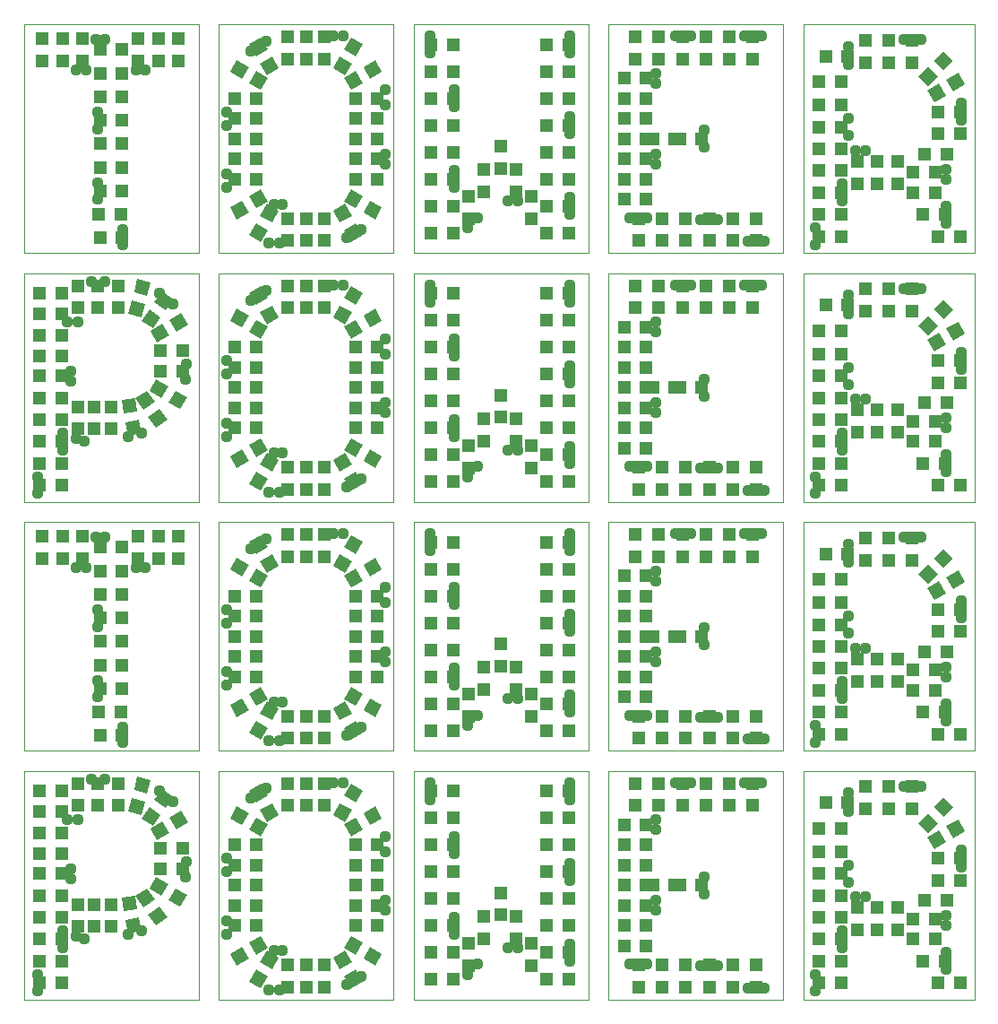
<source format=gts>
G75*
G70*
%OFA0B0*%
%FSLAX25Y25*%
%IPPOS*%
%LPD*%
%AMOC8*
5,1,8,0,0,1.08239X$1,22.5*
%
%ADD12C,0.04370*%
%ADD17C,0.00000*%
%ADD19R,0.05120X0.05120*%
X0010000Y0010000D02*
G75*
%LPD*%
D17*
X0010000Y0010000D02*
X0010000Y0095000D01*
X0075000Y0095000D01*
X0075000Y0010000D01*
X0010000Y0010000D01*
D19*
X0015860Y0016250D03*
X0015860Y0024370D03*
X0015860Y0032500D03*
X0015860Y0040620D03*
X0015860Y0048750D03*
X0015860Y0056870D03*
X0015860Y0064370D03*
X0015860Y0071870D03*
X0015860Y0080000D03*
X0015860Y0087500D03*
X0024130Y0087500D03*
X0030000Y0090380D03*
X0037500Y0090380D03*
X0045000Y0090380D03*
X0045000Y0082110D03*
X0037500Y0082110D03*
X0030000Y0082110D03*
X0024130Y0080000D03*
X0024130Y0071870D03*
X0024130Y0064370D03*
X0024130Y0056870D03*
X0024130Y0048750D03*
X0030000Y0045380D03*
X0036250Y0045380D03*
X0042500Y0045380D03*
X0042500Y0037110D03*
X0036250Y0037110D03*
X0030000Y0037110D03*
X0024130Y0040620D03*
X0024130Y0032500D03*
X0024130Y0024370D03*
X0024130Y0016250D03*
X0060860Y0058750D03*
X0060860Y0066250D03*
X0069130Y0066250D03*
X0069130Y0058750D03*
D19*
G36*
X0056680Y0051130D02*
X0059240Y0055550D01*
X0063660Y0052990D01*
X0061100Y0048570D01*
X0056680Y0051130D01*
G37*
G36*
X0051580Y0048490D02*
X0055760Y0051430D01*
X0058700Y0047250D01*
X0054520Y0044310D01*
X0051580Y0048490D01*
G37*
G36*
X0046340Y0047840D02*
X0051370Y0048730D01*
X0052260Y0043700D01*
X0047230Y0042810D01*
X0046340Y0047840D01*
G37*
G36*
X0047780Y0039700D02*
X0052810Y0040590D01*
X0053700Y0035560D01*
X0048670Y0034670D01*
X0047780Y0039700D01*
G37*
G36*
X0056320Y0041710D02*
X0060500Y0044650D01*
X0063440Y0040470D01*
X0059260Y0037530D01*
X0056320Y0041710D01*
G37*
G36*
X0063840Y0047000D02*
X0066400Y0051420D01*
X0070820Y0048860D01*
X0068260Y0044440D01*
X0063840Y0047000D01*
G37*
G36*
X0059630Y0069210D02*
X0057070Y0073630D01*
X0061490Y0076190D01*
X0064050Y0071770D01*
X0059630Y0069210D01*
G37*
G36*
X0058020Y0074450D02*
X0053840Y0077390D01*
X0056780Y0081570D01*
X0060960Y0078630D01*
X0058020Y0074450D01*
G37*
G36*
X0053800Y0078610D02*
X0048860Y0079930D01*
X0050180Y0084870D01*
X0055120Y0083550D01*
X0053800Y0078610D01*
G37*
G36*
X0062760Y0081220D02*
X0058580Y0084160D01*
X0061520Y0088340D01*
X0065700Y0085400D01*
X0062760Y0081220D01*
G37*
G36*
X0066790Y0073340D02*
X0064230Y0077760D01*
X0068650Y0080320D01*
X0071210Y0075900D01*
X0066790Y0073340D01*
G37*
G36*
X0055940Y0086590D02*
X0051000Y0087910D01*
X0052320Y0092850D01*
X0057260Y0091530D01*
X0055940Y0086590D01*
G37*
D12*
X0060620Y0087500D03*
X0065620Y0083750D03*
X0070620Y0061250D03*
X0070000Y0055620D03*
X0053750Y0035620D03*
X0048750Y0034370D03*
X0032500Y0032500D03*
X0029370Y0033750D03*
X0024370Y0035620D03*
X0024370Y0029370D03*
X0015000Y0019370D03*
X0015000Y0013120D03*
X0027500Y0055000D03*
X0027500Y0058750D03*
X0026250Y0076870D03*
X0030000Y0076870D03*
X0035000Y0091870D03*
X0040000Y0091870D03*
X0082500Y0010000D02*
G75*
%LPD*%
D17*
X0082500Y0010000D02*
X0082500Y0095000D01*
X0147500Y0095000D01*
X0147500Y0010000D01*
X0082500Y0010000D01*
D19*
X0108120Y0014610D03*
X0115000Y0014610D03*
X0121870Y0014610D03*
X0121870Y0022880D03*
X0115000Y0022880D03*
X0108120Y0022880D03*
X0096630Y0037500D03*
X0096630Y0045000D03*
X0096630Y0052500D03*
X0096630Y0060000D03*
X0096630Y0067500D03*
X0088360Y0067500D03*
X0088360Y0060000D03*
X0088360Y0052500D03*
X0088360Y0045000D03*
X0088360Y0037500D03*
X0108120Y0082110D03*
X0115000Y0082110D03*
X0121870Y0082110D03*
X0121870Y0090380D03*
X0115000Y0090380D03*
X0108120Y0090380D03*
X0133360Y0067500D03*
X0133360Y0060000D03*
X0133360Y0052500D03*
X0133360Y0045000D03*
X0133360Y0037500D03*
X0141630Y0037500D03*
X0141630Y0045000D03*
X0141630Y0052500D03*
X0141630Y0060000D03*
X0141630Y0067500D03*
D19*
G36*
X0131740Y0070690D02*
X0129180Y0075110D01*
X0133600Y0077670D01*
X0136160Y0073250D01*
X0131740Y0070690D01*
G37*
G36*
X0129480Y0076050D02*
X0125060Y0078610D01*
X0127620Y0083030D01*
X0132040Y0080470D01*
X0129480Y0076050D01*
G37*
G36*
X0138900Y0074820D02*
X0136340Y0079240D01*
X0140760Y0081800D01*
X0143320Y0077380D01*
X0138900Y0074820D01*
G37*
G36*
X0133620Y0083210D02*
X0129200Y0085770D01*
X0131760Y0090190D01*
X0136180Y0087630D01*
X0133620Y0083210D01*
G37*
G36*
X0104930Y0078610D02*
X0100510Y0076050D01*
X0097950Y0080470D01*
X0102370Y0083030D01*
X0104930Y0078610D01*
G37*
G36*
X0100820Y0075110D02*
X0098260Y0070690D01*
X0093840Y0073250D01*
X0096400Y0077670D01*
X0100820Y0075110D01*
G37*
G36*
X0093660Y0079240D02*
X0091100Y0074820D01*
X0086680Y0077380D01*
X0089240Y0081800D01*
X0093660Y0079240D01*
G37*
G36*
X0100790Y0085770D02*
X0096370Y0083210D01*
X0093810Y0087630D01*
X0098230Y0090190D01*
X0100790Y0085770D01*
G37*
G36*
X0098260Y0033680D02*
X0100820Y0029260D01*
X0096400Y0026700D01*
X0093840Y0031120D01*
X0098260Y0033680D01*
G37*
G36*
X0091100Y0029540D02*
X0093660Y0025120D01*
X0089240Y0022560D01*
X0086680Y0026980D01*
X0091100Y0029540D01*
G37*
G36*
X0100510Y0028320D02*
X0104930Y0025760D01*
X0102370Y0021340D01*
X0097950Y0023900D01*
X0100510Y0028320D01*
G37*
G36*
X0096370Y0021160D02*
X0100790Y0018600D01*
X0098230Y0014180D01*
X0093810Y0016740D01*
X0096370Y0021160D01*
G37*
G36*
X0125060Y0025760D02*
X0129480Y0028320D01*
X0132040Y0023900D01*
X0127620Y0021340D01*
X0125060Y0025760D01*
G37*
G36*
X0129180Y0029260D02*
X0131740Y0033680D01*
X0136160Y0031120D01*
X0133600Y0026700D01*
X0129180Y0029260D01*
G37*
G36*
X0136340Y0025120D02*
X0138900Y0029540D01*
X0143320Y0026980D01*
X0140760Y0022560D01*
X0136340Y0025120D01*
G37*
G36*
X0129200Y0018600D02*
X0133620Y0021160D01*
X0136180Y0016740D01*
X0131760Y0014180D01*
X0129200Y0018600D01*
G37*
D12*
X0130000Y0015620D03*
X0135620Y0018750D03*
X0144370Y0043120D03*
X0144370Y0046870D03*
X0144370Y0065000D03*
X0144370Y0070620D03*
X0128750Y0090620D03*
X0125000Y0090620D03*
X0100000Y0088750D03*
X0094370Y0085000D03*
X0085620Y0062500D03*
X0085620Y0057500D03*
X0085620Y0039370D03*
X0085620Y0034370D03*
X0103120Y0028120D03*
X0106250Y0028120D03*
X0105000Y0013750D03*
X0101250Y0013750D03*
X0155000Y0010000D02*
G75*
%LPD*%
D17*
X0155000Y0010000D02*
X0155000Y0095000D01*
X0220000Y0095000D01*
X0220000Y0010000D01*
X0155000Y0010000D01*
D19*
X0161490Y0017500D03*
X0169760Y0017500D03*
X0175620Y0022740D03*
X0169760Y0027500D03*
X0175620Y0031010D03*
X0181250Y0032740D03*
X0181250Y0041010D03*
X0187500Y0041490D03*
X0193120Y0041010D03*
X0193120Y0032740D03*
X0198750Y0031010D03*
X0204610Y0027500D03*
X0198750Y0022740D03*
X0204610Y0017500D03*
X0212880Y0017500D03*
X0212880Y0027500D03*
X0212880Y0037500D03*
X0204610Y0037500D03*
X0204610Y0047500D03*
X0212880Y0047500D03*
X0212880Y0057500D03*
X0204610Y0057500D03*
X0204610Y0067500D03*
X0212880Y0067500D03*
X0212880Y0077500D03*
X0204610Y0077500D03*
X0204610Y0087500D03*
X0212880Y0087500D03*
X0187500Y0049760D03*
X0169760Y0047500D03*
X0161490Y0047500D03*
X0161490Y0057500D03*
X0169760Y0057500D03*
X0169760Y0067500D03*
X0161490Y0067500D03*
X0161490Y0077500D03*
X0169760Y0077500D03*
X0169760Y0087500D03*
X0161490Y0087500D03*
X0161490Y0037500D03*
X0169760Y0037500D03*
X0161490Y0027500D03*
D12*
X0170000Y0034370D03*
X0170000Y0040620D03*
X0178750Y0023120D03*
X0175000Y0019370D03*
X0190000Y0029370D03*
X0193750Y0029370D03*
X0213120Y0030620D03*
X0213120Y0024370D03*
X0213120Y0054370D03*
X0213120Y0060620D03*
X0213120Y0084370D03*
X0213120Y0090620D03*
X0170000Y0070620D03*
X0170000Y0064370D03*
X0161250Y0084370D03*
X0161250Y0090620D03*
X0227500Y0010000D02*
G75*
%LPD*%
D17*
X0227500Y0010000D02*
X0227500Y0095000D01*
X0292500Y0095000D01*
X0292500Y0010000D01*
X0227500Y0010000D01*
D19*
X0238750Y0014610D03*
X0238750Y0022880D03*
X0241630Y0030000D03*
X0241630Y0037500D03*
X0241630Y0045000D03*
X0241630Y0052500D03*
X0243990Y0052500D03*
X0241630Y0060000D03*
X0241630Y0067500D03*
X0241630Y0075000D03*
X0237500Y0082110D03*
X0233360Y0075000D03*
X0233360Y0067500D03*
X0233360Y0060000D03*
X0233360Y0052500D03*
X0233360Y0045000D03*
X0233360Y0037500D03*
X0233360Y0030000D03*
X0247500Y0022880D03*
X0247500Y0014610D03*
X0256250Y0014610D03*
X0256250Y0022880D03*
X0265000Y0022880D03*
X0265000Y0014610D03*
X0273750Y0014610D03*
X0273750Y0022880D03*
X0282500Y0022880D03*
X0282500Y0014610D03*
X0262260Y0052500D03*
X0253990Y0052500D03*
X0252260Y0052500D03*
X0255000Y0082110D03*
X0255000Y0090380D03*
X0246250Y0090380D03*
X0246250Y0082110D03*
X0237500Y0090380D03*
X0263750Y0090380D03*
X0263750Y0082110D03*
X0272500Y0082110D03*
X0272500Y0090380D03*
X0281250Y0090380D03*
X0281250Y0082110D03*
D12*
X0284370Y0090620D03*
X0278120Y0090620D03*
X0258120Y0090620D03*
X0252500Y0090620D03*
X0245000Y0076870D03*
X0245000Y0073120D03*
X0263120Y0055620D03*
X0263120Y0049370D03*
X0245000Y0046870D03*
X0245000Y0043120D03*
X0241870Y0023120D03*
X0235620Y0023120D03*
X0261870Y0022500D03*
X0268120Y0022500D03*
X0279370Y0014370D03*
X0285620Y0014370D03*
X0300000Y0010000D02*
G75*
%LPD*%
D17*
X0300000Y0010000D02*
X0300000Y0095000D01*
X0363750Y0095000D01*
X0363750Y0010000D01*
X0300000Y0010000D01*
D19*
X0305860Y0016250D03*
X0305860Y0024370D03*
X0305860Y0032500D03*
X0305860Y0040620D03*
X0305860Y0048750D03*
X0305860Y0056870D03*
X0305860Y0065000D03*
X0314130Y0065000D03*
X0314130Y0056870D03*
X0314130Y0048750D03*
X0320000Y0044130D03*
X0314130Y0040620D03*
X0320000Y0035860D03*
X0314130Y0032500D03*
X0314130Y0024370D03*
X0314130Y0016250D03*
X0327500Y0035860D03*
X0335000Y0035860D03*
X0340860Y0032500D03*
X0340860Y0040000D03*
X0335000Y0044130D03*
X0327500Y0044130D03*
X0345240Y0046870D03*
X0349130Y0040000D03*
X0349130Y0032500D03*
X0352880Y0024370D03*
X0344610Y0024370D03*
X0350240Y0016250D03*
X0358510Y0016250D03*
X0353510Y0046870D03*
X0350240Y0054370D03*
X0350240Y0062500D03*
X0358510Y0062500D03*
X0358510Y0054370D03*
X0340620Y0080860D03*
X0340620Y0089130D03*
X0331870Y0089130D03*
X0331870Y0080860D03*
X0323120Y0080860D03*
X0316630Y0083120D03*
X0323120Y0089130D03*
X0308360Y0083120D03*
X0305860Y0073750D03*
X0314130Y0073750D03*
D19*
G36*
X0346450Y0072100D02*
X0342830Y0075720D01*
X0346450Y0079340D01*
X0350070Y0075720D01*
X0346450Y0072100D01*
G37*
G36*
X0348660Y0065960D02*
X0346100Y0070380D01*
X0350520Y0072940D01*
X0353080Y0068520D01*
X0348660Y0065960D01*
G37*
G36*
X0355820Y0070090D02*
X0353260Y0074510D01*
X0357680Y0077070D01*
X0360240Y0072650D01*
X0355820Y0070090D01*
G37*
G36*
X0352290Y0077940D02*
X0348670Y0081560D01*
X0352290Y0085180D01*
X0355910Y0081560D01*
X0352290Y0077940D01*
G37*
D12*
X0358750Y0065620D03*
X0358750Y0059370D03*
X0353120Y0041250D03*
X0353120Y0037500D03*
X0353120Y0027500D03*
X0353120Y0021250D03*
X0323120Y0048120D03*
X0319370Y0048120D03*
X0316870Y0053750D03*
X0316870Y0060000D03*
X0316870Y0080000D03*
X0316870Y0086870D03*
X0337500Y0089370D03*
X0343750Y0089370D03*
X0314370Y0035620D03*
X0314370Y0029370D03*
X0304370Y0019370D03*
X0304370Y0013120D03*
X0010000Y0102500D02*
G75*
%LPD*%
D17*
X0010000Y0102500D02*
X0010000Y0187500D01*
X0075000Y0187500D01*
X0075000Y0102500D01*
X0010000Y0102500D01*
D19*
X0038360Y0108120D03*
X0046630Y0108120D03*
X0046010Y0116870D03*
X0037740Y0116870D03*
X0038360Y0125620D03*
X0046630Y0125620D03*
X0046630Y0134370D03*
X0038360Y0134370D03*
X0038360Y0143120D03*
X0046630Y0143120D03*
X0046630Y0151870D03*
X0038360Y0151870D03*
X0038360Y0160620D03*
X0046630Y0160620D03*
X0046630Y0169370D03*
X0052500Y0173990D03*
X0046630Y0178120D03*
X0052500Y0182260D03*
X0060000Y0182260D03*
X0067500Y0182260D03*
X0067500Y0173990D03*
X0060000Y0173990D03*
X0038360Y0178120D03*
X0031870Y0173990D03*
X0038360Y0169370D03*
X0031870Y0182260D03*
X0024370Y0182260D03*
X0016870Y0182260D03*
X0016870Y0173990D03*
X0024370Y0173990D03*
D12*
X0029370Y0170620D03*
X0033120Y0170620D03*
X0036870Y0181870D03*
X0040000Y0181870D03*
X0051870Y0170620D03*
X0055000Y0170620D03*
X0037500Y0155000D03*
X0037500Y0148750D03*
X0037500Y0128750D03*
X0037500Y0122500D03*
X0046870Y0111250D03*
X0046870Y0105620D03*
X0082500Y0102500D02*
G75*
%LPD*%
D17*
X0082500Y0102500D02*
X0082500Y0187500D01*
X0147500Y0187500D01*
X0147500Y0102500D01*
X0082500Y0102500D01*
D19*
X0108120Y0107110D03*
X0115000Y0107110D03*
X0121870Y0107110D03*
X0121870Y0115380D03*
X0115000Y0115380D03*
X0108120Y0115380D03*
X0096630Y0130000D03*
X0096630Y0137500D03*
X0096630Y0145000D03*
X0096630Y0152500D03*
X0096630Y0160000D03*
X0088360Y0160000D03*
X0088360Y0152500D03*
X0088360Y0145000D03*
X0088360Y0137500D03*
X0088360Y0130000D03*
X0108120Y0174610D03*
X0115000Y0174610D03*
X0121870Y0174610D03*
X0121870Y0182880D03*
X0115000Y0182880D03*
X0108120Y0182880D03*
X0133360Y0160000D03*
X0133360Y0152500D03*
X0133360Y0145000D03*
X0133360Y0137500D03*
X0133360Y0130000D03*
X0141630Y0130000D03*
X0141630Y0137500D03*
X0141630Y0145000D03*
X0141630Y0152500D03*
X0141630Y0160000D03*
D19*
G36*
X0131740Y0163190D02*
X0129180Y0167610D01*
X0133600Y0170170D01*
X0136160Y0165750D01*
X0131740Y0163190D01*
G37*
G36*
X0129480Y0168550D02*
X0125060Y0171110D01*
X0127620Y0175530D01*
X0132040Y0172970D01*
X0129480Y0168550D01*
G37*
G36*
X0138900Y0167320D02*
X0136340Y0171740D01*
X0140760Y0174300D01*
X0143320Y0169880D01*
X0138900Y0167320D01*
G37*
G36*
X0133620Y0175710D02*
X0129200Y0178270D01*
X0131760Y0182690D01*
X0136180Y0180130D01*
X0133620Y0175710D01*
G37*
G36*
X0104930Y0171110D02*
X0100510Y0168550D01*
X0097950Y0172970D01*
X0102370Y0175530D01*
X0104930Y0171110D01*
G37*
G36*
X0100820Y0167610D02*
X0098260Y0163190D01*
X0093840Y0165750D01*
X0096400Y0170170D01*
X0100820Y0167610D01*
G37*
G36*
X0093660Y0171740D02*
X0091100Y0167320D01*
X0086680Y0169880D01*
X0089240Y0174300D01*
X0093660Y0171740D01*
G37*
G36*
X0100790Y0178270D02*
X0096370Y0175710D01*
X0093810Y0180130D01*
X0098230Y0182690D01*
X0100790Y0178270D01*
G37*
G36*
X0098260Y0126180D02*
X0100820Y0121760D01*
X0096400Y0119200D01*
X0093840Y0123620D01*
X0098260Y0126180D01*
G37*
G36*
X0091100Y0122040D02*
X0093660Y0117620D01*
X0089240Y0115060D01*
X0086680Y0119480D01*
X0091100Y0122040D01*
G37*
G36*
X0100510Y0120820D02*
X0104930Y0118260D01*
X0102370Y0113840D01*
X0097950Y0116400D01*
X0100510Y0120820D01*
G37*
G36*
X0096370Y0113660D02*
X0100790Y0111100D01*
X0098230Y0106680D01*
X0093810Y0109240D01*
X0096370Y0113660D01*
G37*
G36*
X0125060Y0118260D02*
X0129480Y0120820D01*
X0132040Y0116400D01*
X0127620Y0113840D01*
X0125060Y0118260D01*
G37*
G36*
X0129180Y0121760D02*
X0131740Y0126180D01*
X0136160Y0123620D01*
X0133600Y0119200D01*
X0129180Y0121760D01*
G37*
G36*
X0136340Y0117620D02*
X0138900Y0122040D01*
X0143320Y0119480D01*
X0140760Y0115060D01*
X0136340Y0117620D01*
G37*
G36*
X0129200Y0111100D02*
X0133620Y0113660D01*
X0136180Y0109240D01*
X0131760Y0106680D01*
X0129200Y0111100D01*
G37*
D12*
X0130000Y0108120D03*
X0135620Y0111250D03*
X0144370Y0135620D03*
X0144370Y0139370D03*
X0144370Y0157500D03*
X0144370Y0163120D03*
X0128750Y0183120D03*
X0125000Y0183120D03*
X0100000Y0181250D03*
X0094370Y0177500D03*
X0085620Y0155000D03*
X0085620Y0150000D03*
X0085620Y0131870D03*
X0085620Y0126870D03*
X0103120Y0120620D03*
X0106250Y0120620D03*
X0105000Y0106250D03*
X0101250Y0106250D03*
X0155000Y0102500D02*
G75*
%LPD*%
D17*
X0155000Y0102500D02*
X0155000Y0187500D01*
X0220000Y0187500D01*
X0220000Y0102500D01*
X0155000Y0102500D01*
D19*
X0161490Y0110000D03*
X0169760Y0110000D03*
X0175620Y0115240D03*
X0169760Y0120000D03*
X0175620Y0123510D03*
X0181250Y0125240D03*
X0181250Y0133510D03*
X0187500Y0133990D03*
X0193120Y0133510D03*
X0193120Y0125240D03*
X0198750Y0123510D03*
X0204610Y0120000D03*
X0198750Y0115240D03*
X0204610Y0110000D03*
X0212880Y0110000D03*
X0212880Y0120000D03*
X0212880Y0130000D03*
X0204610Y0130000D03*
X0204610Y0140000D03*
X0212880Y0140000D03*
X0212880Y0150000D03*
X0204610Y0150000D03*
X0204610Y0160000D03*
X0212880Y0160000D03*
X0212880Y0170000D03*
X0204610Y0170000D03*
X0204610Y0180000D03*
X0212880Y0180000D03*
X0187500Y0142260D03*
X0169760Y0140000D03*
X0161490Y0140000D03*
X0161490Y0150000D03*
X0169760Y0150000D03*
X0169760Y0160000D03*
X0161490Y0160000D03*
X0161490Y0170000D03*
X0169760Y0170000D03*
X0169760Y0180000D03*
X0161490Y0180000D03*
X0161490Y0130000D03*
X0169760Y0130000D03*
X0161490Y0120000D03*
D12*
X0170000Y0126870D03*
X0170000Y0133120D03*
X0178750Y0115620D03*
X0175000Y0111870D03*
X0190000Y0121870D03*
X0193750Y0121870D03*
X0213120Y0123120D03*
X0213120Y0116870D03*
X0213120Y0146870D03*
X0213120Y0153120D03*
X0213120Y0176870D03*
X0213120Y0183120D03*
X0170000Y0163120D03*
X0170000Y0156870D03*
X0161250Y0176870D03*
X0161250Y0183120D03*
X0227500Y0102500D02*
G75*
%LPD*%
D17*
X0227500Y0102500D02*
X0227500Y0187500D01*
X0292500Y0187500D01*
X0292500Y0102500D01*
X0227500Y0102500D01*
D19*
X0238750Y0107110D03*
X0238750Y0115380D03*
X0241630Y0122500D03*
X0241630Y0130000D03*
X0241630Y0137500D03*
X0241630Y0145000D03*
X0243990Y0145000D03*
X0241630Y0152500D03*
X0241630Y0160000D03*
X0241630Y0167500D03*
X0237500Y0174610D03*
X0233360Y0167500D03*
X0233360Y0160000D03*
X0233360Y0152500D03*
X0233360Y0145000D03*
X0233360Y0137500D03*
X0233360Y0130000D03*
X0233360Y0122500D03*
X0247500Y0115380D03*
X0247500Y0107110D03*
X0256250Y0107110D03*
X0256250Y0115380D03*
X0265000Y0115380D03*
X0265000Y0107110D03*
X0273750Y0107110D03*
X0273750Y0115380D03*
X0282500Y0115380D03*
X0282500Y0107110D03*
X0262260Y0145000D03*
X0253990Y0145000D03*
X0252260Y0145000D03*
X0255000Y0174610D03*
X0255000Y0182880D03*
X0246250Y0182880D03*
X0246250Y0174610D03*
X0237500Y0182880D03*
X0263750Y0182880D03*
X0263750Y0174610D03*
X0272500Y0174610D03*
X0272500Y0182880D03*
X0281250Y0182880D03*
X0281250Y0174610D03*
D12*
X0284370Y0183120D03*
X0278120Y0183120D03*
X0258120Y0183120D03*
X0252500Y0183120D03*
X0245000Y0169370D03*
X0245000Y0165620D03*
X0263120Y0148120D03*
X0263120Y0141870D03*
X0245000Y0139370D03*
X0245000Y0135620D03*
X0241870Y0115620D03*
X0235620Y0115620D03*
X0261870Y0115000D03*
X0268120Y0115000D03*
X0279370Y0106870D03*
X0285620Y0106870D03*
X0300000Y0102500D02*
G75*
%LPD*%
D17*
X0300000Y0102500D02*
X0300000Y0187500D01*
X0363750Y0187500D01*
X0363750Y0102500D01*
X0300000Y0102500D01*
D19*
X0305860Y0108750D03*
X0305860Y0116870D03*
X0305860Y0125000D03*
X0305860Y0133120D03*
X0305860Y0141250D03*
X0305860Y0149370D03*
X0305860Y0157500D03*
X0314130Y0157500D03*
X0314130Y0149370D03*
X0314130Y0141250D03*
X0320000Y0136630D03*
X0314130Y0133120D03*
X0320000Y0128360D03*
X0314130Y0125000D03*
X0314130Y0116870D03*
X0314130Y0108750D03*
X0327500Y0128360D03*
X0335000Y0128360D03*
X0340860Y0125000D03*
X0340860Y0132500D03*
X0335000Y0136630D03*
X0327500Y0136630D03*
X0345240Y0139370D03*
X0349130Y0132500D03*
X0349130Y0125000D03*
X0352880Y0116870D03*
X0344610Y0116870D03*
X0350240Y0108750D03*
X0358510Y0108750D03*
X0353510Y0139370D03*
X0350240Y0146870D03*
X0350240Y0155000D03*
X0358510Y0155000D03*
X0358510Y0146870D03*
X0340620Y0173360D03*
X0340620Y0181630D03*
X0331870Y0181630D03*
X0331870Y0173360D03*
X0323120Y0173360D03*
X0316630Y0175620D03*
X0323120Y0181630D03*
X0308360Y0175620D03*
X0305860Y0166250D03*
X0314130Y0166250D03*
D19*
G36*
X0346450Y0164600D02*
X0342830Y0168220D01*
X0346450Y0171840D01*
X0350070Y0168220D01*
X0346450Y0164600D01*
G37*
G36*
X0348660Y0158460D02*
X0346100Y0162880D01*
X0350520Y0165440D01*
X0353080Y0161020D01*
X0348660Y0158460D01*
G37*
G36*
X0355820Y0162590D02*
X0353260Y0167010D01*
X0357680Y0169570D01*
X0360240Y0165150D01*
X0355820Y0162590D01*
G37*
G36*
X0352290Y0170440D02*
X0348670Y0174060D01*
X0352290Y0177680D01*
X0355910Y0174060D01*
X0352290Y0170440D01*
G37*
D12*
X0358750Y0158120D03*
X0358750Y0151870D03*
X0353120Y0133750D03*
X0353120Y0130000D03*
X0353120Y0120000D03*
X0353120Y0113750D03*
X0323120Y0140620D03*
X0319370Y0140620D03*
X0316870Y0146250D03*
X0316870Y0152500D03*
X0316870Y0172500D03*
X0316870Y0179370D03*
X0337500Y0181870D03*
X0343750Y0181870D03*
X0314370Y0128120D03*
X0314370Y0121870D03*
X0304370Y0111870D03*
X0304370Y0105620D03*
X0010000Y0195000D02*
G75*
%LPD*%
D17*
X0010000Y0195000D02*
X0010000Y0280000D01*
X0075000Y0280000D01*
X0075000Y0195000D01*
X0010000Y0195000D01*
D19*
X0015860Y0201250D03*
X0015860Y0209370D03*
X0015860Y0217500D03*
X0015860Y0225620D03*
X0015860Y0233750D03*
X0015860Y0241870D03*
X0015860Y0249370D03*
X0015860Y0256870D03*
X0015860Y0265000D03*
X0015860Y0272500D03*
X0024130Y0272500D03*
X0030000Y0275380D03*
X0037500Y0275380D03*
X0045000Y0275380D03*
X0045000Y0267110D03*
X0037500Y0267110D03*
X0030000Y0267110D03*
X0024130Y0265000D03*
X0024130Y0256870D03*
X0024130Y0249370D03*
X0024130Y0241870D03*
X0024130Y0233750D03*
X0030000Y0230380D03*
X0036250Y0230380D03*
X0042500Y0230380D03*
X0042500Y0222110D03*
X0036250Y0222110D03*
X0030000Y0222110D03*
X0024130Y0225620D03*
X0024130Y0217500D03*
X0024130Y0209370D03*
X0024130Y0201250D03*
X0060860Y0243750D03*
X0060860Y0251250D03*
X0069130Y0251250D03*
X0069130Y0243750D03*
D19*
G36*
X0056680Y0236130D02*
X0059240Y0240550D01*
X0063660Y0237990D01*
X0061100Y0233570D01*
X0056680Y0236130D01*
G37*
G36*
X0051580Y0233490D02*
X0055760Y0236430D01*
X0058700Y0232250D01*
X0054520Y0229310D01*
X0051580Y0233490D01*
G37*
G36*
X0046340Y0232840D02*
X0051370Y0233730D01*
X0052260Y0228700D01*
X0047230Y0227810D01*
X0046340Y0232840D01*
G37*
G36*
X0047780Y0224700D02*
X0052810Y0225590D01*
X0053700Y0220560D01*
X0048670Y0219670D01*
X0047780Y0224700D01*
G37*
G36*
X0056320Y0226710D02*
X0060500Y0229650D01*
X0063440Y0225470D01*
X0059260Y0222530D01*
X0056320Y0226710D01*
G37*
G36*
X0063840Y0232000D02*
X0066400Y0236420D01*
X0070820Y0233860D01*
X0068260Y0229440D01*
X0063840Y0232000D01*
G37*
G36*
X0059630Y0254210D02*
X0057070Y0258630D01*
X0061490Y0261190D01*
X0064050Y0256770D01*
X0059630Y0254210D01*
G37*
G36*
X0058020Y0259450D02*
X0053840Y0262390D01*
X0056780Y0266570D01*
X0060960Y0263630D01*
X0058020Y0259450D01*
G37*
G36*
X0053800Y0263610D02*
X0048860Y0264930D01*
X0050180Y0269870D01*
X0055120Y0268550D01*
X0053800Y0263610D01*
G37*
G36*
X0062760Y0266220D02*
X0058580Y0269160D01*
X0061520Y0273340D01*
X0065700Y0270400D01*
X0062760Y0266220D01*
G37*
G36*
X0066790Y0258340D02*
X0064230Y0262760D01*
X0068650Y0265320D01*
X0071210Y0260900D01*
X0066790Y0258340D01*
G37*
G36*
X0055940Y0271590D02*
X0051000Y0272910D01*
X0052320Y0277850D01*
X0057260Y0276530D01*
X0055940Y0271590D01*
G37*
D12*
X0060620Y0272500D03*
X0065620Y0268750D03*
X0070620Y0246250D03*
X0070000Y0240620D03*
X0053750Y0220620D03*
X0048750Y0219370D03*
X0032500Y0217500D03*
X0029370Y0218750D03*
X0024370Y0220620D03*
X0024370Y0214370D03*
X0015000Y0204370D03*
X0015000Y0198120D03*
X0027500Y0240000D03*
X0027500Y0243750D03*
X0026250Y0261870D03*
X0030000Y0261870D03*
X0035000Y0276870D03*
X0040000Y0276870D03*
X0082500Y0195000D02*
G75*
%LPD*%
D17*
X0082500Y0195000D02*
X0082500Y0280000D01*
X0147500Y0280000D01*
X0147500Y0195000D01*
X0082500Y0195000D01*
D19*
X0108120Y0199610D03*
X0115000Y0199610D03*
X0121870Y0199610D03*
X0121870Y0207880D03*
X0115000Y0207880D03*
X0108120Y0207880D03*
X0096630Y0222500D03*
X0096630Y0230000D03*
X0096630Y0237500D03*
X0096630Y0245000D03*
X0096630Y0252500D03*
X0088360Y0252500D03*
X0088360Y0245000D03*
X0088360Y0237500D03*
X0088360Y0230000D03*
X0088360Y0222500D03*
X0108120Y0267110D03*
X0115000Y0267110D03*
X0121870Y0267110D03*
X0121870Y0275380D03*
X0115000Y0275380D03*
X0108120Y0275380D03*
X0133360Y0252500D03*
X0133360Y0245000D03*
X0133360Y0237500D03*
X0133360Y0230000D03*
X0133360Y0222500D03*
X0141630Y0222500D03*
X0141630Y0230000D03*
X0141630Y0237500D03*
X0141630Y0245000D03*
X0141630Y0252500D03*
D19*
G36*
X0131740Y0255690D02*
X0129180Y0260110D01*
X0133600Y0262670D01*
X0136160Y0258250D01*
X0131740Y0255690D01*
G37*
G36*
X0129480Y0261050D02*
X0125060Y0263610D01*
X0127620Y0268030D01*
X0132040Y0265470D01*
X0129480Y0261050D01*
G37*
G36*
X0138900Y0259820D02*
X0136340Y0264240D01*
X0140760Y0266800D01*
X0143320Y0262380D01*
X0138900Y0259820D01*
G37*
G36*
X0133620Y0268210D02*
X0129200Y0270770D01*
X0131760Y0275190D01*
X0136180Y0272630D01*
X0133620Y0268210D01*
G37*
G36*
X0104930Y0263610D02*
X0100510Y0261050D01*
X0097950Y0265470D01*
X0102370Y0268030D01*
X0104930Y0263610D01*
G37*
G36*
X0100820Y0260110D02*
X0098260Y0255690D01*
X0093840Y0258250D01*
X0096400Y0262670D01*
X0100820Y0260110D01*
G37*
G36*
X0093660Y0264240D02*
X0091100Y0259820D01*
X0086680Y0262380D01*
X0089240Y0266800D01*
X0093660Y0264240D01*
G37*
G36*
X0100790Y0270770D02*
X0096370Y0268210D01*
X0093810Y0272630D01*
X0098230Y0275190D01*
X0100790Y0270770D01*
G37*
G36*
X0098260Y0218680D02*
X0100820Y0214260D01*
X0096400Y0211700D01*
X0093840Y0216120D01*
X0098260Y0218680D01*
G37*
G36*
X0091100Y0214540D02*
X0093660Y0210120D01*
X0089240Y0207560D01*
X0086680Y0211980D01*
X0091100Y0214540D01*
G37*
G36*
X0100510Y0213320D02*
X0104930Y0210760D01*
X0102370Y0206340D01*
X0097950Y0208900D01*
X0100510Y0213320D01*
G37*
G36*
X0096370Y0206160D02*
X0100790Y0203600D01*
X0098230Y0199180D01*
X0093810Y0201740D01*
X0096370Y0206160D01*
G37*
G36*
X0125060Y0210760D02*
X0129480Y0213320D01*
X0132040Y0208900D01*
X0127620Y0206340D01*
X0125060Y0210760D01*
G37*
G36*
X0129180Y0214260D02*
X0131740Y0218680D01*
X0136160Y0216120D01*
X0133600Y0211700D01*
X0129180Y0214260D01*
G37*
G36*
X0136340Y0210120D02*
X0138900Y0214540D01*
X0143320Y0211980D01*
X0140760Y0207560D01*
X0136340Y0210120D01*
G37*
G36*
X0129200Y0203600D02*
X0133620Y0206160D01*
X0136180Y0201740D01*
X0131760Y0199180D01*
X0129200Y0203600D01*
G37*
D12*
X0130000Y0200620D03*
X0135620Y0203750D03*
X0144370Y0228120D03*
X0144370Y0231870D03*
X0144370Y0250000D03*
X0144370Y0255620D03*
X0128750Y0275620D03*
X0125000Y0275620D03*
X0100000Y0273750D03*
X0094370Y0270000D03*
X0085620Y0247500D03*
X0085620Y0242500D03*
X0085620Y0224370D03*
X0085620Y0219370D03*
X0103120Y0213120D03*
X0106250Y0213120D03*
X0105000Y0198750D03*
X0101250Y0198750D03*
X0155000Y0195000D02*
G75*
%LPD*%
D17*
X0155000Y0195000D02*
X0155000Y0280000D01*
X0220000Y0280000D01*
X0220000Y0195000D01*
X0155000Y0195000D01*
D19*
X0161490Y0202500D03*
X0169760Y0202500D03*
X0175620Y0207740D03*
X0169760Y0212500D03*
X0175620Y0216010D03*
X0181250Y0217740D03*
X0181250Y0226010D03*
X0187500Y0226490D03*
X0193120Y0226010D03*
X0193120Y0217740D03*
X0198750Y0216010D03*
X0204610Y0212500D03*
X0198750Y0207740D03*
X0204610Y0202500D03*
X0212880Y0202500D03*
X0212880Y0212500D03*
X0212880Y0222500D03*
X0204610Y0222500D03*
X0204610Y0232500D03*
X0212880Y0232500D03*
X0212880Y0242500D03*
X0204610Y0242500D03*
X0204610Y0252500D03*
X0212880Y0252500D03*
X0212880Y0262500D03*
X0204610Y0262500D03*
X0204610Y0272500D03*
X0212880Y0272500D03*
X0187500Y0234760D03*
X0169760Y0232500D03*
X0161490Y0232500D03*
X0161490Y0242500D03*
X0169760Y0242500D03*
X0169760Y0252500D03*
X0161490Y0252500D03*
X0161490Y0262500D03*
X0169760Y0262500D03*
X0169760Y0272500D03*
X0161490Y0272500D03*
X0161490Y0222500D03*
X0169760Y0222500D03*
X0161490Y0212500D03*
D12*
X0170000Y0219370D03*
X0170000Y0225620D03*
X0178750Y0208120D03*
X0175000Y0204370D03*
X0190000Y0214370D03*
X0193750Y0214370D03*
X0213120Y0215620D03*
X0213120Y0209370D03*
X0213120Y0239370D03*
X0213120Y0245620D03*
X0213120Y0269370D03*
X0213120Y0275620D03*
X0170000Y0255620D03*
X0170000Y0249370D03*
X0161250Y0269370D03*
X0161250Y0275620D03*
X0227500Y0195000D02*
G75*
%LPD*%
D17*
X0227500Y0195000D02*
X0227500Y0280000D01*
X0292500Y0280000D01*
X0292500Y0195000D01*
X0227500Y0195000D01*
D19*
X0238750Y0199610D03*
X0238750Y0207880D03*
X0241630Y0215000D03*
X0241630Y0222500D03*
X0241630Y0230000D03*
X0241630Y0237500D03*
X0243990Y0237500D03*
X0241630Y0245000D03*
X0241630Y0252500D03*
X0241630Y0260000D03*
X0237500Y0267110D03*
X0233360Y0260000D03*
X0233360Y0252500D03*
X0233360Y0245000D03*
X0233360Y0237500D03*
X0233360Y0230000D03*
X0233360Y0222500D03*
X0233360Y0215000D03*
X0247500Y0207880D03*
X0247500Y0199610D03*
X0256250Y0199610D03*
X0256250Y0207880D03*
X0265000Y0207880D03*
X0265000Y0199610D03*
X0273750Y0199610D03*
X0273750Y0207880D03*
X0282500Y0207880D03*
X0282500Y0199610D03*
X0262260Y0237500D03*
X0253990Y0237500D03*
X0252260Y0237500D03*
X0255000Y0267110D03*
X0255000Y0275380D03*
X0246250Y0275380D03*
X0246250Y0267110D03*
X0237500Y0275380D03*
X0263750Y0275380D03*
X0263750Y0267110D03*
X0272500Y0267110D03*
X0272500Y0275380D03*
X0281250Y0275380D03*
X0281250Y0267110D03*
D12*
X0284370Y0275620D03*
X0278120Y0275620D03*
X0258120Y0275620D03*
X0252500Y0275620D03*
X0245000Y0261870D03*
X0245000Y0258120D03*
X0263120Y0240620D03*
X0263120Y0234370D03*
X0245000Y0231870D03*
X0245000Y0228120D03*
X0241870Y0208120D03*
X0235620Y0208120D03*
X0261870Y0207500D03*
X0268120Y0207500D03*
X0279370Y0199370D03*
X0285620Y0199370D03*
X0300000Y0195000D02*
G75*
%LPD*%
D17*
X0300000Y0195000D02*
X0300000Y0280000D01*
X0363750Y0280000D01*
X0363750Y0195000D01*
X0300000Y0195000D01*
D19*
X0305860Y0201250D03*
X0305860Y0209370D03*
X0305860Y0217500D03*
X0305860Y0225620D03*
X0305860Y0233750D03*
X0305860Y0241870D03*
X0305860Y0250000D03*
X0314130Y0250000D03*
X0314130Y0241870D03*
X0314130Y0233750D03*
X0320000Y0229130D03*
X0314130Y0225620D03*
X0320000Y0220860D03*
X0314130Y0217500D03*
X0314130Y0209370D03*
X0314130Y0201250D03*
X0327500Y0220860D03*
X0335000Y0220860D03*
X0340860Y0217500D03*
X0340860Y0225000D03*
X0335000Y0229130D03*
X0327500Y0229130D03*
X0345240Y0231870D03*
X0349130Y0225000D03*
X0349130Y0217500D03*
X0352880Y0209370D03*
X0344610Y0209370D03*
X0350240Y0201250D03*
X0358510Y0201250D03*
X0353510Y0231870D03*
X0350240Y0239370D03*
X0350240Y0247500D03*
X0358510Y0247500D03*
X0358510Y0239370D03*
X0340620Y0265860D03*
X0340620Y0274130D03*
X0331870Y0274130D03*
X0331870Y0265860D03*
X0323120Y0265860D03*
X0316630Y0268120D03*
X0323120Y0274130D03*
X0308360Y0268120D03*
X0305860Y0258750D03*
X0314130Y0258750D03*
D19*
G36*
X0346450Y0257100D02*
X0342830Y0260720D01*
X0346450Y0264340D01*
X0350070Y0260720D01*
X0346450Y0257100D01*
G37*
G36*
X0348660Y0250960D02*
X0346100Y0255380D01*
X0350520Y0257940D01*
X0353080Y0253520D01*
X0348660Y0250960D01*
G37*
G36*
X0355820Y0255090D02*
X0353260Y0259510D01*
X0357680Y0262070D01*
X0360240Y0257650D01*
X0355820Y0255090D01*
G37*
G36*
X0352290Y0262940D02*
X0348670Y0266560D01*
X0352290Y0270180D01*
X0355910Y0266560D01*
X0352290Y0262940D01*
G37*
D12*
X0358750Y0250620D03*
X0358750Y0244370D03*
X0353120Y0226250D03*
X0353120Y0222500D03*
X0353120Y0212500D03*
X0353120Y0206250D03*
X0323120Y0233120D03*
X0319370Y0233120D03*
X0316870Y0238750D03*
X0316870Y0245000D03*
X0316870Y0265000D03*
X0316870Y0271870D03*
X0337500Y0274370D03*
X0343750Y0274370D03*
X0314370Y0220620D03*
X0314370Y0214370D03*
X0304370Y0204370D03*
X0304370Y0198120D03*
X0010000Y0287500D02*
G75*
%LPD*%
D17*
X0010000Y0287500D02*
X0010000Y0372500D01*
X0075000Y0372500D01*
X0075000Y0287500D01*
X0010000Y0287500D01*
D19*
X0038360Y0293120D03*
X0046630Y0293120D03*
X0046010Y0301870D03*
X0037740Y0301870D03*
X0038360Y0310620D03*
X0046630Y0310620D03*
X0046630Y0319370D03*
X0038360Y0319370D03*
X0038360Y0328120D03*
X0046630Y0328120D03*
X0046630Y0336870D03*
X0038360Y0336870D03*
X0038360Y0345620D03*
X0046630Y0345620D03*
X0046630Y0354370D03*
X0052500Y0358990D03*
X0046630Y0363120D03*
X0052500Y0367260D03*
X0060000Y0367260D03*
X0067500Y0367260D03*
X0067500Y0358990D03*
X0060000Y0358990D03*
X0038360Y0363120D03*
X0031870Y0358990D03*
X0038360Y0354370D03*
X0031870Y0367260D03*
X0024370Y0367260D03*
X0016870Y0367260D03*
X0016870Y0358990D03*
X0024370Y0358990D03*
D12*
X0029370Y0355620D03*
X0033120Y0355620D03*
X0036870Y0366870D03*
X0040000Y0366870D03*
X0051870Y0355620D03*
X0055000Y0355620D03*
X0037500Y0340000D03*
X0037500Y0333750D03*
X0037500Y0313750D03*
X0037500Y0307500D03*
X0046870Y0296250D03*
X0046870Y0290620D03*
X0082500Y0287500D02*
G75*
%LPD*%
D17*
X0082500Y0287500D02*
X0082500Y0372500D01*
X0147500Y0372500D01*
X0147500Y0287500D01*
X0082500Y0287500D01*
D19*
X0108120Y0292110D03*
X0115000Y0292110D03*
X0121870Y0292110D03*
X0121870Y0300380D03*
X0115000Y0300380D03*
X0108120Y0300380D03*
X0096630Y0315000D03*
X0096630Y0322500D03*
X0096630Y0330000D03*
X0096630Y0337500D03*
X0096630Y0345000D03*
X0088360Y0345000D03*
X0088360Y0337500D03*
X0088360Y0330000D03*
X0088360Y0322500D03*
X0088360Y0315000D03*
X0108120Y0359610D03*
X0115000Y0359610D03*
X0121870Y0359610D03*
X0121870Y0367880D03*
X0115000Y0367880D03*
X0108120Y0367880D03*
X0133360Y0345000D03*
X0133360Y0337500D03*
X0133360Y0330000D03*
X0133360Y0322500D03*
X0133360Y0315000D03*
X0141630Y0315000D03*
X0141630Y0322500D03*
X0141630Y0330000D03*
X0141630Y0337500D03*
X0141630Y0345000D03*
D19*
G36*
X0131740Y0348190D02*
X0129180Y0352610D01*
X0133600Y0355170D01*
X0136160Y0350750D01*
X0131740Y0348190D01*
G37*
G36*
X0129480Y0353550D02*
X0125060Y0356110D01*
X0127620Y0360530D01*
X0132040Y0357970D01*
X0129480Y0353550D01*
G37*
G36*
X0138900Y0352320D02*
X0136340Y0356740D01*
X0140760Y0359300D01*
X0143320Y0354880D01*
X0138900Y0352320D01*
G37*
G36*
X0133620Y0360710D02*
X0129200Y0363270D01*
X0131760Y0367690D01*
X0136180Y0365130D01*
X0133620Y0360710D01*
G37*
G36*
X0104930Y0356110D02*
X0100510Y0353550D01*
X0097950Y0357970D01*
X0102370Y0360530D01*
X0104930Y0356110D01*
G37*
G36*
X0100820Y0352610D02*
X0098260Y0348190D01*
X0093840Y0350750D01*
X0096400Y0355170D01*
X0100820Y0352610D01*
G37*
G36*
X0093660Y0356740D02*
X0091100Y0352320D01*
X0086680Y0354880D01*
X0089240Y0359300D01*
X0093660Y0356740D01*
G37*
G36*
X0100790Y0363270D02*
X0096370Y0360710D01*
X0093810Y0365130D01*
X0098230Y0367690D01*
X0100790Y0363270D01*
G37*
G36*
X0098260Y0311180D02*
X0100820Y0306760D01*
X0096400Y0304200D01*
X0093840Y0308620D01*
X0098260Y0311180D01*
G37*
G36*
X0091100Y0307040D02*
X0093660Y0302620D01*
X0089240Y0300060D01*
X0086680Y0304480D01*
X0091100Y0307040D01*
G37*
G36*
X0100510Y0305820D02*
X0104930Y0303260D01*
X0102370Y0298840D01*
X0097950Y0301400D01*
X0100510Y0305820D01*
G37*
G36*
X0096370Y0298660D02*
X0100790Y0296100D01*
X0098230Y0291680D01*
X0093810Y0294240D01*
X0096370Y0298660D01*
G37*
G36*
X0125060Y0303260D02*
X0129480Y0305820D01*
X0132040Y0301400D01*
X0127620Y0298840D01*
X0125060Y0303260D01*
G37*
G36*
X0129180Y0306760D02*
X0131740Y0311180D01*
X0136160Y0308620D01*
X0133600Y0304200D01*
X0129180Y0306760D01*
G37*
G36*
X0136340Y0302620D02*
X0138900Y0307040D01*
X0143320Y0304480D01*
X0140760Y0300060D01*
X0136340Y0302620D01*
G37*
G36*
X0129200Y0296100D02*
X0133620Y0298660D01*
X0136180Y0294240D01*
X0131760Y0291680D01*
X0129200Y0296100D01*
G37*
D12*
X0130000Y0293120D03*
X0135620Y0296250D03*
X0144370Y0320620D03*
X0144370Y0324370D03*
X0144370Y0342500D03*
X0144370Y0348120D03*
X0128750Y0368120D03*
X0125000Y0368120D03*
X0100000Y0366250D03*
X0094370Y0362500D03*
X0085620Y0340000D03*
X0085620Y0335000D03*
X0085620Y0316870D03*
X0085620Y0311870D03*
X0103120Y0305620D03*
X0106250Y0305620D03*
X0105000Y0291250D03*
X0101250Y0291250D03*
X0155000Y0287500D02*
G75*
%LPD*%
D17*
X0155000Y0287500D02*
X0155000Y0372500D01*
X0220000Y0372500D01*
X0220000Y0287500D01*
X0155000Y0287500D01*
D19*
X0161490Y0295000D03*
X0169760Y0295000D03*
X0175620Y0300240D03*
X0169760Y0305000D03*
X0175620Y0308510D03*
X0181250Y0310240D03*
X0181250Y0318510D03*
X0187500Y0318990D03*
X0193120Y0318510D03*
X0193120Y0310240D03*
X0198750Y0308510D03*
X0204610Y0305000D03*
X0198750Y0300240D03*
X0204610Y0295000D03*
X0212880Y0295000D03*
X0212880Y0305000D03*
X0212880Y0315000D03*
X0204610Y0315000D03*
X0204610Y0325000D03*
X0212880Y0325000D03*
X0212880Y0335000D03*
X0204610Y0335000D03*
X0204610Y0345000D03*
X0212880Y0345000D03*
X0212880Y0355000D03*
X0204610Y0355000D03*
X0204610Y0365000D03*
X0212880Y0365000D03*
X0187500Y0327260D03*
X0169760Y0325000D03*
X0161490Y0325000D03*
X0161490Y0335000D03*
X0169760Y0335000D03*
X0169760Y0345000D03*
X0161490Y0345000D03*
X0161490Y0355000D03*
X0169760Y0355000D03*
X0169760Y0365000D03*
X0161490Y0365000D03*
X0161490Y0315000D03*
X0169760Y0315000D03*
X0161490Y0305000D03*
D12*
X0170000Y0311870D03*
X0170000Y0318120D03*
X0178750Y0300620D03*
X0175000Y0296870D03*
X0190000Y0306870D03*
X0193750Y0306870D03*
X0213120Y0308120D03*
X0213120Y0301870D03*
X0213120Y0331870D03*
X0213120Y0338120D03*
X0213120Y0361870D03*
X0213120Y0368120D03*
X0170000Y0348120D03*
X0170000Y0341870D03*
X0161250Y0361870D03*
X0161250Y0368120D03*
X0227500Y0287500D02*
G75*
%LPD*%
D17*
X0227500Y0287500D02*
X0227500Y0372500D01*
X0292500Y0372500D01*
X0292500Y0287500D01*
X0227500Y0287500D01*
D19*
X0238750Y0292110D03*
X0238750Y0300380D03*
X0241630Y0307500D03*
X0241630Y0315000D03*
X0241630Y0322500D03*
X0241630Y0330000D03*
X0243990Y0330000D03*
X0241630Y0337500D03*
X0241630Y0345000D03*
X0241630Y0352500D03*
X0237500Y0359610D03*
X0233360Y0352500D03*
X0233360Y0345000D03*
X0233360Y0337500D03*
X0233360Y0330000D03*
X0233360Y0322500D03*
X0233360Y0315000D03*
X0233360Y0307500D03*
X0247500Y0300380D03*
X0247500Y0292110D03*
X0256250Y0292110D03*
X0256250Y0300380D03*
X0265000Y0300380D03*
X0265000Y0292110D03*
X0273750Y0292110D03*
X0273750Y0300380D03*
X0282500Y0300380D03*
X0282500Y0292110D03*
X0262260Y0330000D03*
X0253990Y0330000D03*
X0252260Y0330000D03*
X0255000Y0359610D03*
X0255000Y0367880D03*
X0246250Y0367880D03*
X0246250Y0359610D03*
X0237500Y0367880D03*
X0263750Y0367880D03*
X0263750Y0359610D03*
X0272500Y0359610D03*
X0272500Y0367880D03*
X0281250Y0367880D03*
X0281250Y0359610D03*
D12*
X0284370Y0368120D03*
X0278120Y0368120D03*
X0258120Y0368120D03*
X0252500Y0368120D03*
X0245000Y0354370D03*
X0245000Y0350620D03*
X0263120Y0333120D03*
X0263120Y0326870D03*
X0245000Y0324370D03*
X0245000Y0320620D03*
X0241870Y0300620D03*
X0235620Y0300620D03*
X0261870Y0300000D03*
X0268120Y0300000D03*
X0279370Y0291870D03*
X0285620Y0291870D03*
X0300000Y0287500D02*
G75*
%LPD*%
D17*
X0300000Y0287500D02*
X0300000Y0372500D01*
X0363750Y0372500D01*
X0363750Y0287500D01*
X0300000Y0287500D01*
D19*
X0305860Y0293750D03*
X0305860Y0301870D03*
X0305860Y0310000D03*
X0305860Y0318120D03*
X0305860Y0326250D03*
X0305860Y0334370D03*
X0305860Y0342500D03*
X0314130Y0342500D03*
X0314130Y0334370D03*
X0314130Y0326250D03*
X0320000Y0321630D03*
X0314130Y0318120D03*
X0320000Y0313360D03*
X0314130Y0310000D03*
X0314130Y0301870D03*
X0314130Y0293750D03*
X0327500Y0313360D03*
X0335000Y0313360D03*
X0340860Y0310000D03*
X0340860Y0317500D03*
X0335000Y0321630D03*
X0327500Y0321630D03*
X0345240Y0324370D03*
X0349130Y0317500D03*
X0349130Y0310000D03*
X0352880Y0301870D03*
X0344610Y0301870D03*
X0350240Y0293750D03*
X0358510Y0293750D03*
X0353510Y0324370D03*
X0350240Y0331870D03*
X0350240Y0340000D03*
X0358510Y0340000D03*
X0358510Y0331870D03*
X0340620Y0358360D03*
X0340620Y0366630D03*
X0331870Y0366630D03*
X0331870Y0358360D03*
X0323120Y0358360D03*
X0316630Y0360620D03*
X0323120Y0366630D03*
X0308360Y0360620D03*
X0305860Y0351250D03*
X0314130Y0351250D03*
D19*
G36*
X0346450Y0349600D02*
X0342830Y0353220D01*
X0346450Y0356840D01*
X0350070Y0353220D01*
X0346450Y0349600D01*
G37*
G36*
X0348660Y0343460D02*
X0346100Y0347880D01*
X0350520Y0350440D01*
X0353080Y0346020D01*
X0348660Y0343460D01*
G37*
G36*
X0355820Y0347590D02*
X0353260Y0352010D01*
X0357680Y0354570D01*
X0360240Y0350150D01*
X0355820Y0347590D01*
G37*
G36*
X0352290Y0355440D02*
X0348670Y0359060D01*
X0352290Y0362680D01*
X0355910Y0359060D01*
X0352290Y0355440D01*
G37*
D12*
X0358750Y0343120D03*
X0358750Y0336870D03*
X0353120Y0318750D03*
X0353120Y0315000D03*
X0353120Y0305000D03*
X0353120Y0298750D03*
X0323120Y0325620D03*
X0319370Y0325620D03*
X0316870Y0331250D03*
X0316870Y0337500D03*
X0316870Y0357500D03*
X0316870Y0364370D03*
X0337500Y0366870D03*
X0343750Y0366870D03*
X0314370Y0313120D03*
X0314370Y0306870D03*
X0304370Y0296870D03*
X0304370Y0290620D03*
M02*

</source>
